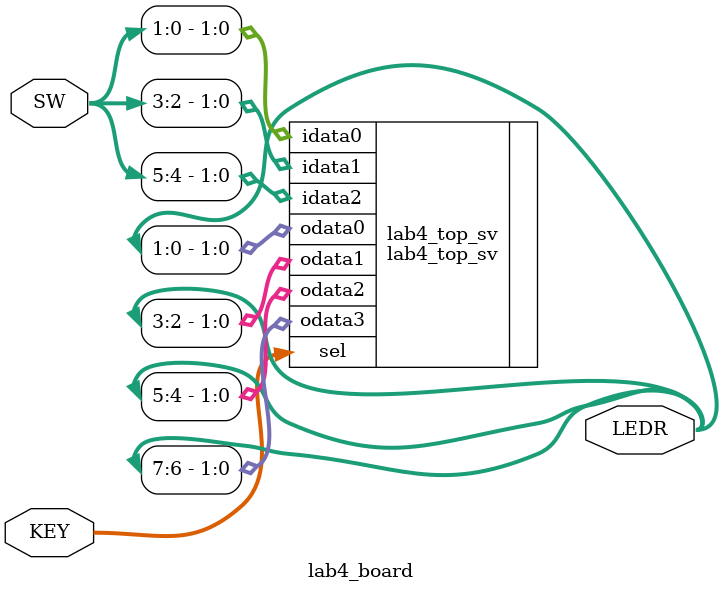
<source format=v>


module b2_mux_3_1_case_latch
(
    input      [1:0] d0, d1, d2, 
    input      [1:0] sel,
    output reg [1:0] y
);

    always @(*)
        case (sel)
            2'b00: y = d0;
            2'b01: y = d1;
            2'b10: y = d2;
        endcase

endmodule

module b2_mux_3_1_case_correct
(
    input      [1:0] d0, d1, d2, 
    input      [1:0] sel,
    output reg [1:0] y
);

    always @(*)
        case (sel)
            2'b00  : y = d0;
            2'b01  : y = d1;
            2'b10  : y = d2;
            default: y = d2;
        endcase

endmodule

module b2_mux_3_1_casez_correct
(
    input      [1:0] d0, d1, d2, 
    input      [1:0] sel,
    output reg [1:0] y
);

    always @(*)
        casez (sel)
            2'b00: y = d0;
            2'b01: y = d1;
            2'b1?: y = d2;
        endcase
endmodule


module lab4_board
(
    input   [ 1:0]  KEY,
    input   [ 9:0]  SW,
    output  [ 9:0]  LEDR
);

    lab4_top_sv lab4_top_sv
    (
        .idata0 ( SW  [1:0] ),
        .idata1 ( SW  [3:2] ),
        .idata2 ( SW  [5:4] ),
        .sel    ( KEY [1:0] ),
        .odata0 ( LEDR[1:0] ),
        .odata1 ( LEDR[3:2] ),
        .odata2 ( LEDR[5:4] ),
        .odata3 ( LEDR[7:6] ) 
    );

endmodule

</source>
